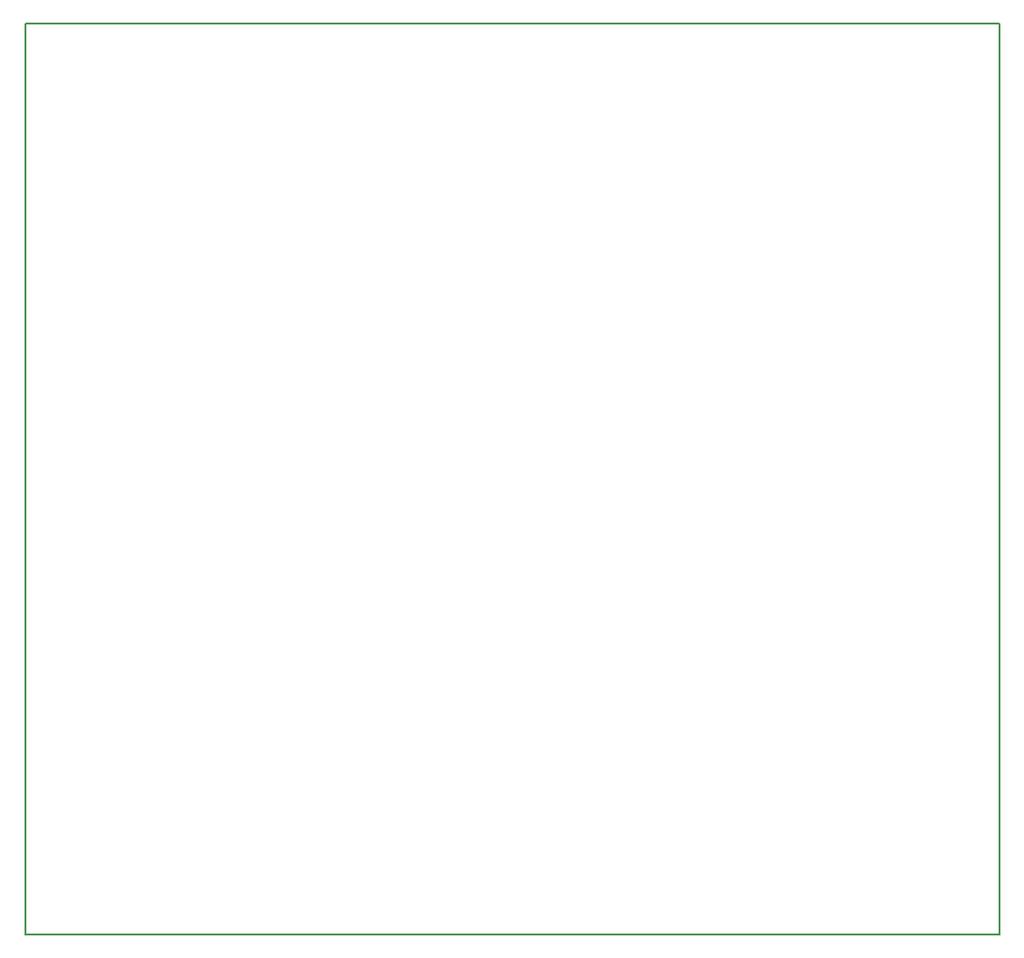
<source format=gbr>
G04 PROTEUS RS274X GERBER FILE*
%FSLAX45Y45*%
%MOMM*%
G01*
%ADD10C,0.203200*%
D10*
X+0Y+10000D02*
X+8750000Y+10000D01*
X+8750000Y+8200000D01*
X+0Y+8200000D01*
X+0Y+10000D01*
M02*

</source>
